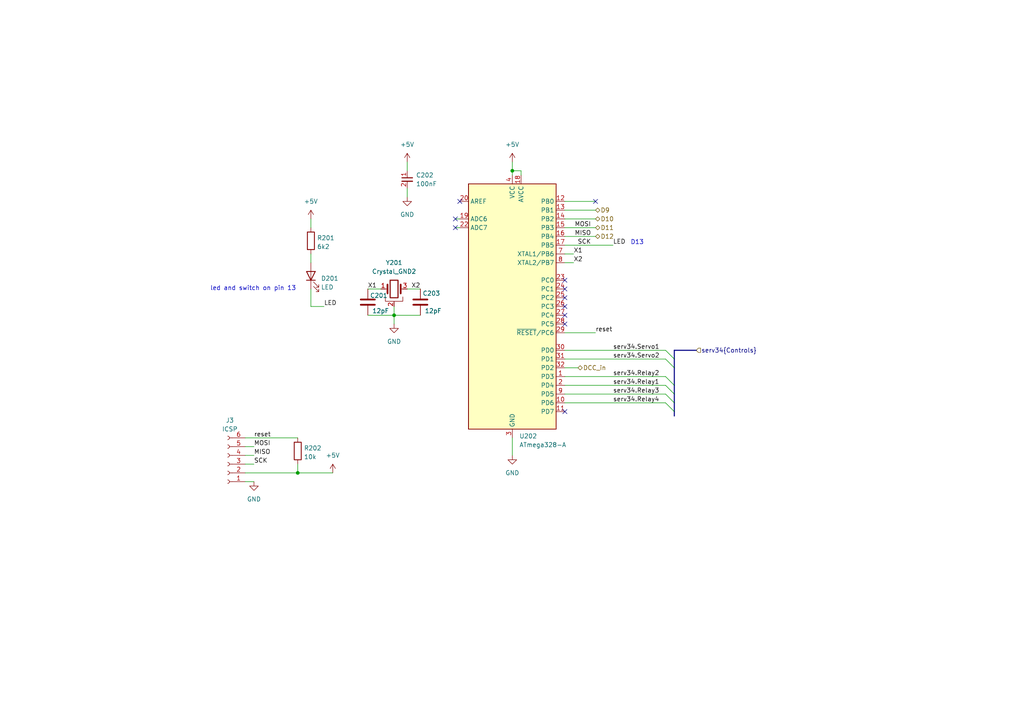
<source format=kicad_sch>
(kicad_sch (version 20230121) (generator eeschema)
  (paper "A4")
  (title_block (company "Train-Science"))
  (lib_symbols
    (symbol "Connector:Conn_01x06_Socket" (pin_names (offset 1.016) hide)
      (property "Reference" "J" (at 0 7.62 0))
      (property "Value" "Conn_01x06_Socket" (at 0 -10.16 0))
      (symbol "Conn_01x06_Socket_1_1"
        (arc (start 0 -7.112) (mid -0.5058 -7.62) (end 0 -8.128) (stroke (width 0.1524)))
        (arc (start 0 -4.572) (mid -0.5058 -5.08) (end 0 -5.588) (stroke (width 0.1524)))
        (arc (start 0 -2.032) (mid -0.5058 -2.54) (end 0 -3.048) (stroke (width 0.1524)))
        (polyline (pts (xy -1.27 -7.62) (xy -0.508 -7.62)) (stroke (width 0.1524)))
        (polyline (pts (xy -1.27 -5.08) (xy -0.508 -5.08)) (stroke (width 0.1524)))
        (polyline (pts (xy -1.27 -2.54) (xy -0.508 -2.54)) (stroke (width 0.1524)))
        (polyline (pts (xy -1.27 0) (xy -0.508 0)) (stroke (width 0.1524)))
        (polyline (pts (xy -1.27 2.54) (xy -0.508 2.54)) (stroke (width 0.1524)))
        (polyline (pts (xy -1.27 5.08) (xy -0.508 5.08)) (stroke (width 0.1524)))
        (arc (start 0 0.508) (mid -0.5058 0) (end 0 -0.508) (stroke (width 0.1524)))
        (arc (start 0 3.048) (mid -0.5058 2.54) (end 0 2.032) (stroke (width 0.1524)))
        (arc (start 0 5.588) (mid -0.5058 5.08) (end 0 4.572) (stroke (width 0.1524)))
        (pin passive line (at -5.08 5.08 0) (length 3.81) (name "Pin_1") (number "1"))
        (pin passive line (at -5.08 2.54 0) (length 3.81) (name "Pin_2") (number "2"))
        (pin passive line (at -5.08 0 0) (length 3.81) (name "Pin_3") (number "3"))
        (pin passive line (at -5.08 -2.54 0) (length 3.81) (name "Pin_4") (number "4"))
        (pin passive line (at -5.08 -5.08 0) (length 3.81) (name "Pin_5") (number "5"))
        (pin passive line (at -5.08 -7.62 0) (length 3.81) (name "Pin_6") (number "6"))
      )
    )
    (symbol "Device:C" (pin_numbers hide) (pin_names (offset 0.254))
      (property "Reference" "C" (at 0.635 2.54 0))
      (property "Value" "C" (at 0.635 -2.54 0))
      (symbol "C_0_1"
        (polyline (pts (xy -2.032 -0.762) (xy 2.032 -0.762)) (stroke (width 0.508)))
        (polyline (pts (xy -2.032 0.762) (xy 2.032 0.762)) (stroke (width 0.508)))
      )
      (symbol "C_1_1"
        (pin passive line (at 0 3.81 270) (length 2.794) (name "~") (number "1"))
        (pin passive line (at 0 -3.81 90) (length 2.794) (name "~") (number "2"))
      )
    )
    (symbol "Device:LED" (pin_numbers hide) (pin_names (offset 1.016) hide)
      (property "Reference" "D" (at 0 2.54 0))
      (property "Value" "LED" (at 0 -2.54 0))
      (symbol "LED_0_1"
        (polyline (pts (xy -1.27 -1.27) (xy -1.27 1.27)) (stroke (width 0.254)))
        (polyline (pts (xy -1.27 0) (xy 1.27 0)))
        (polyline (pts (xy 1.27 -1.27) (xy 1.27 1.27) (xy -1.27 0) (xy 1.27 -1.27)) (stroke (width 0.254)))
        (polyline (pts (xy -3.048 -0.762) (xy -4.572 -2.286) (xy -3.81 -2.286) (xy -4.572 -2.286) (xy -4.572 -1.524)))
        (polyline (pts (xy -1.778 -0.762) (xy -3.302 -2.286) (xy -2.54 -2.286) (xy -3.302 -2.286) (xy -3.302 -1.524)))
      )
      (symbol "LED_1_1"
        (pin passive line (at -3.81 0 0) (length 2.54) (name "K") (number "1"))
        (pin passive line (at 3.81 0 180) (length 2.54) (name "A") (number "2"))
      )
    )
    (symbol "Device:R" (pin_numbers hide) (pin_names (offset 0))
      (property "Reference" "R" (at 2.032 0 90))
      (property "Value" "R" (at 0 0 90))
      (symbol "R_0_1"
        (rectangle (start -1.016 -2.54) (end 1.016 2.54) (stroke (width 0.254)))
      )
      (symbol "R_1_1"
        (pin passive line (at 0 3.81 270) (length 1.27) (name "~") (number "1"))
        (pin passive line (at 0 -3.81 90) (length 1.27) (name "~") (number "2"))
      )
    )
    (symbol "MCU_Microchip_ATmega:ATmega328-A"
      (property "Reference" "U" (at -12.7 36.83 0))
      (property "Value" "ATmega328-A" (at 2.54 -36.83 0))
      (symbol "ATmega328-A_0_1"
        (rectangle (start -12.7 -35.56) (end 12.7 35.56) (stroke (width 0.254)) (fill (type background)))
      )
      (symbol "ATmega328-A_1_1"
        (pin bidirectional line (at 15.24 -20.32 180) (length 2.54) (name "PD3") (number "1"))
        (pin bidirectional line (at 15.24 -27.94 180) (length 2.54) (name "PD6") (number "10"))
        (pin bidirectional line (at 15.24 -30.48 180) (length 2.54) (name "PD7") (number "11"))
        (pin bidirectional line (at 15.24 30.48 180) (length 2.54) (name "PB0") (number "12"))
        (pin bidirectional line (at 15.24 27.94 180) (length 2.54) (name "PB1") (number "13"))
        (pin bidirectional line (at 15.24 25.4 180) (length 2.54) (name "PB2") (number "14"))
        (pin bidirectional line (at 15.24 22.86 180) (length 2.54) (name "PB3") (number "15"))
        (pin bidirectional line (at 15.24 20.32 180) (length 2.54) (name "PB4") (number "16"))
        (pin bidirectional line (at 15.24 17.78 180) (length 2.54) (name "PB5") (number "17"))
        (pin power_in line (at 2.54 38.1 270) (length 2.54) (name "AVCC") (number "18"))
        (pin input line (at -15.24 25.4 0) (length 2.54) (name "ADC6") (number "19"))
        (pin bidirectional line (at 15.24 -22.86 180) (length 2.54) (name "PD4") (number "2"))
        (pin passive line (at -15.24 30.48 0) (length 2.54) (name "AREF") (number "20"))
        (pin passive line (at 0 -38.1 90) (length 2.54) hide (name "GND") (number "21"))
        (pin input line (at -15.24 22.86 0) (length 2.54) (name "ADC7") (number "22"))
        (pin bidirectional line (at 15.24 7.62 180) (length 2.54) (name "PC0") (number "23"))
        (pin bidirectional line (at 15.24 5.08 180) (length 2.54) (name "PC1") (number "24"))
        (pin bidirectional line (at 15.24 2.54 180) (length 2.54) (name "PC2") (number "25"))
        (pin bidirectional line (at 15.24 0 180) (length 2.54) (name "PC3") (number "26"))
        (pin bidirectional line (at 15.24 -2.54 180) (length 2.54) (name "PC4") (number "27"))
        (pin bidirectional line (at 15.24 -5.08 180) (length 2.54) (name "PC5") (number "28"))
        (pin bidirectional line (at 15.24 -7.62 180) (length 2.54) (name "~{RESET}/PC6") (number "29"))
        (pin power_in line (at 0 -38.1 90) (length 2.54) (name "GND") (number "3"))
        (pin bidirectional line (at 15.24 -12.7 180) (length 2.54) (name "PD0") (number "30"))
        (pin bidirectional line (at 15.24 -15.24 180) (length 2.54) (name "PD1") (number "31"))
        (pin bidirectional line (at 15.24 -17.78 180) (length 2.54) (name "PD2") (number "32"))
        (pin power_in line (at 0 38.1 270) (length 2.54) (name "VCC") (number "4"))
        (pin passive line (at 0 -38.1 90) (length 2.54) hide (name "GND") (number "5"))
        (pin passive line (at 0 38.1 270) (length 2.54) hide (name "VCC") (number "6"))
        (pin bidirectional line (at 15.24 15.24 180) (length 2.54) (name "XTAL1/PB6") (number "7"))
        (pin bidirectional line (at 15.24 12.7 180) (length 2.54) (name "XTAL2/PB7") (number "8"))
        (pin bidirectional line (at 15.24 -25.4 180) (length 2.54) (name "PD5") (number "9"))
      )
    )
    (symbol "capacitor_miscellaneous:C_0402_100nF"
      (property "Reference" "U" (at 1.27 2.54 0))
      (property "Value" "100nF" (at 3.81 -2.54 0))
      (property "JLCPCB Part#" "C307331" (at 0 0 0))
      (symbol "C_0402_100nF_0_1"
        (polyline (pts (xy -1.524 -0.508) (xy 1.524 -0.508)) (stroke (width 0.3302)))
        (polyline (pts (xy -1.524 0.508) (xy 1.524 0.508)) (stroke (width 0.3048)))
      )
      (symbol "C_0402_100nF_1_1"
        (pin passive line (at 0 2.54 270) (length 2.032) (name "~") (number "1"))
        (pin passive line (at 0 -2.54 90) (length 2.032) (name "~") (number "2"))
      )
    )
    (symbol "custom_kicad_lib_sk:crystal_arduino" (pin_names (offset 1.016) hide)
      (property "Reference" "Y" (at 0 5.715 0))
      (property "Value" "Crystal_GND2" (at 0 3.81 0))
      (property "JLCPCB Part#" "C13738" (at 0 0 0))
      (symbol "crystal_arduino_0_1"
        (rectangle (start -1.143 2.54) (end 1.143 -2.54) (stroke (width 0.3048)))
        (polyline (pts (xy -2.54 0) (xy -1.905 0)))
        (polyline (pts (xy -1.905 -1.27) (xy -1.905 1.27)) (stroke (width 0.508)))
        (polyline (pts (xy 0 -3.81) (xy 0 -3.556)))
        (polyline (pts (xy 1.905 0) (xy 2.54 0)))
        (polyline (pts (xy 1.905 1.27) (xy 1.905 -1.27)) (stroke (width 0.508)))
        (polyline (pts (xy -2.54 -2.286) (xy -2.54 -3.556) (xy 2.54 -3.556) (xy 2.54 -2.286)))
      )
      (symbol "crystal_arduino_1_1"
        (pin passive line (at -3.81 0 0) (length 1.27) (name "1") (number "1"))
        (pin passive line (at 0 -5.08 90) (length 1.27) (name "GND") (number "2"))
        (pin passive line (at 3.81 0 180) (length 1.27) (name "3") (number "3"))
        (pin passive line (at 0 -5.08 90) (length 1.27) hide (name "GND") (number "4"))
      )
    )
    (symbol "power:+5V" (power) (pin_names (offset 0))
      (property "Value" "+5V" (at 0 3.556 0))
      (symbol "+5V_0_1"
        (polyline (pts (xy -0.762 1.27) (xy 0 2.54)))
        (polyline (pts (xy 0 0) (xy 0 2.54)))
        (polyline (pts (xy 0 2.54) (xy 0.762 1.27)))
      )
      (symbol "+5V_1_1"
        (pin power_in line (at 0 0 90) (length 0) hide (name "+5V") (number "1"))
      )
    )
    (symbol "power:GND" (power) (pin_names (offset 0))
      (property "Value" "GND" (at 0 -3.81 0))
      (symbol "GND_0_1"
        (polyline (pts (xy 0 0) (xy 0 -1.27) (xy 1.27 -1.27) (xy 0 -2.54) (xy -1.27 -1.27) (xy 0 -1.27)))
      )
      (symbol "GND_1_1"
        (pin power_in line (at 0 0 270) (length 0) hide (name "GND") (number "1"))
      )
    )
  )
  (junction (at 114.3 91.44))
  (junction (at 86.36 137.16))
  (junction (at 148.59 49.53))
  (no_connect (at 133.35 58.42))
  (no_connect (at 163.83 83.82))
  (no_connect (at 163.83 93.98))
  (no_connect (at 163.83 88.9))
  (no_connect (at 163.83 81.28))
  (no_connect (at 163.83 86.36))
  (no_connect (at 132.08 63.5))
  (no_connect (at 163.83 119.38))
  (no_connect (at 172.72 58.42))
  (no_connect (at 132.08 66.04))
  (no_connect (at 163.83 91.44))
  (bus_entry (at 193.04 109.22) (size 2.54 2.54))
  (bus_entry (at 193.04 114.3) (size 2.54 2.54))
  (bus_entry (at 193.04 111.76) (size 2.54 2.54))
  (bus_entry (at 193.04 104.14) (size 2.54 2.54))
  (bus_entry (at 193.04 116.84) (size 2.54 2.54))
  (bus_entry (at 193.04 101.6) (size 2.54 2.54))
  (wire (pts (xy 148.59 49.53) (xy 148.59 50.8)))
  (wire (pts (xy 71.12 127) (xy 86.36 127)))
  (wire (pts (xy 163.83 73.66) (xy 166.37 73.66)))
  (wire (pts (xy 163.83 66.04) (xy 172.72 66.04)))
  (wire (pts (xy 114.3 91.44) (xy 121.92 91.44)))
  (wire (pts (xy 71.12 137.16) (xy 86.36 137.16)))
  (wire (pts (xy 163.83 60.96) (xy 172.72 60.96)))
  (wire (pts (xy 151.13 49.53) (xy 148.59 49.53)))
  (wire (pts (xy 163.83 63.5) (xy 172.72 63.5)))
  (wire (pts (xy 71.12 132.08) (xy 73.66 132.08)))
  (wire (pts (xy 163.83 111.76) (xy 193.04 111.76)))
  (wire (pts (xy 110.49 83.82) (xy 106.68 83.82)))
  (wire (pts (xy 163.83 101.6) (xy 193.04 101.6)))
  (bus (pts (xy 195.58 104.14) (xy 195.58 106.68)))
  (wire (pts (xy 163.83 76.2) (xy 166.37 76.2)))
  (bus (pts (xy 195.58 106.68) (xy 195.58 111.76)))
  (wire (pts (xy 71.12 129.54) (xy 73.66 129.54)))
  (wire (pts (xy 71.12 139.7) (xy 73.66 139.7)))
  (wire (pts (xy 90.17 83.82) (xy 90.17 88.9)))
  (wire (pts (xy 148.59 127) (xy 148.59 132.08)))
  (wire (pts (xy 86.36 134.62) (xy 86.36 137.16)))
  (wire (pts (xy 132.08 63.5) (xy 133.35 63.5)))
  (wire (pts (xy 86.36 137.16) (xy 96.52 137.16)))
  (bus (pts (xy 195.58 114.3) (xy 195.58 116.84)))
  (wire (pts (xy 163.83 68.58) (xy 172.72 68.58)))
  (wire (pts (xy 90.17 73.66) (xy 90.17 76.2)))
  (wire (pts (xy 114.3 88.9) (xy 114.3 91.44)))
  (wire (pts (xy 163.83 104.14) (xy 193.04 104.14)))
  (wire (pts (xy 118.11 83.82) (xy 121.92 83.82)))
  (wire (pts (xy 132.08 66.04) (xy 133.35 66.04)))
  (wire (pts (xy 148.59 46.99) (xy 148.59 49.53)))
  (wire (pts (xy 90.17 63.5) (xy 90.17 66.04)))
  (bus (pts (xy 195.58 111.76) (xy 195.58 114.3)))
  (wire (pts (xy 163.83 71.12) (xy 177.8 71.12)))
  (bus (pts (xy 195.58 116.84) (xy 195.58 119.38)))
  (wire (pts (xy 118.11 54.61) (xy 118.11 57.15)))
  (wire (pts (xy 163.83 96.52) (xy 172.72 96.52)))
  (bus (pts (xy 195.58 119.38) (xy 195.58 120.65)))
  (bus (pts (xy 195.58 101.6) (xy 201.93 101.6)))
  (wire (pts (xy 93.98 88.9) (xy 90.17 88.9)))
  (wire (pts (xy 163.83 106.68) (xy 167.64 106.68)))
  (wire (pts (xy 106.68 91.44) (xy 114.3 91.44)))
  (wire (pts (xy 118.11 46.99) (xy 118.11 49.53)))
  (wire (pts (xy 114.3 91.44) (xy 114.3 93.98)))
  (wire (pts (xy 151.13 50.8) (xy 151.13 49.53)))
  (wire (pts (xy 163.83 114.3) (xy 193.04 114.3)))
  (wire (pts (xy 163.83 109.22) (xy 193.04 109.22)))
  (bus (pts (xy 195.58 101.6) (xy 195.58 104.14)))
  (wire (pts (xy 163.83 58.42) (xy 172.72 58.42)))
  (wire (pts (xy 163.83 116.84) (xy 193.04 116.84)))
  (wire (pts (xy 71.12 134.62) (xy 73.66 134.62)))
  (text "D13" (at 182.88 71.12 0) (effects (font (size 1.27 1.27)) (justify left bottom)))
  (text "led and switch on pin 13" (at 60.96 84.455 0) (effects (font (size 1.27 1.27)) (justify left bottom)))
  (label "serv34.Relay1" (at 177.8 111.76 0))
  (label "LED" (at 177.8 71.12 0))
  (label "MISO" (at 171.45 68.58 180))
  (label "X1" (at 106.68 83.82 0))
  (label "serv34.Relay4" (at 177.8 116.84 0))
  (label "reset" (at 172.72 96.52 0))
  (label "X1" (at 166.37 73.66 0))
  (label "SCK" (at 73.66 134.62 0))
  (label "MOSI" (at 171.45 66.04 180))
  (label "serv34.Relay3" (at 177.8 114.3 0))
  (label "X2" (at 166.37 76.2 0))
  (label "serv34.Relay2" (at 177.8 109.22 0))
  (label "MISO" (at 73.66 132.08 0))
  (label "serv34.Servo2" (at 177.8 104.14 0))
  (label "serv34.Servo1" (at 177.8 101.6 0))
  (label "SCK" (at 171.45 71.12 180))
  (label "MOSI" (at 73.66 129.54 0))
  (label "reset" (at 73.66 127 0))
  (label "LED" (at 93.98 88.9 0))
  (label "X2" (at 121.92 83.82 180))
  (hierarchical_label "serv34{Controls}" (shape input) (at 201.93 101.6 0))
  (hierarchical_label "D12" (shape bidirectional) (at 172.72 68.58 0))
  (hierarchical_label "D9" (shape bidirectional) (at 172.72 60.96 0))
  (hierarchical_label "D11" (shape bidirectional) (at 172.72 66.04 0))
  (hierarchical_label "DCC_in" (shape bidirectional) (at 167.64 106.68 0))
  (hierarchical_label "D10" (shape bidirectional) (at 172.72 63.5 0))
  (symbol (lib_id "power:+5V") (at 96.52 137.16 0) (unit 1)
    (property "Reference" "#PWR0723" (effects hide))
    (property "Value" "+5V" (at 96.52 132.08 0))
  )
  (symbol (lib_id "custom_kicad_lib_sk:crystal_arduino") (at 114.3 83.82 0) (unit 1)
    (property "Reference" "Y201" (at 114.3 76.2 0))
    (property "Value" "Crystal_GND2" (at 114.3 78.74 0))
    (property "Footprint" "custom_kicad_lib_sk:crystal_arduino" (effects hide))
    (property "JLCPCB Part#" "C13738" (effects hide))
    (instances (project "OS-ServoDriver" (path "" (reference "Y201") (unit 1))) (project "atmega328" (path "" (reference "Y201") (unit 1))) (project "OS-servoDriver" (path "" (reference "Y201") (unit 1))) (project "general_schematics" (path "" (reference "Y?") (unit 1)) (path "" (reference "Y1401") (unit 1))))
  )
  (symbol (lib_id "Device:C") (at 121.92 87.63 180) (unit 1)
    (property "Reference" "C203" (at 122.555 85.09 0) (effects (justify right)))
    (property "Value" "12pF" (at 123.19 90.17 0) (effects (justify right)))
    (property "Footprint" "Capacitor_SMD:C_0603_1608Metric" (effects hide))
    (property "JLCPCB Part#" "C38523" (effects hide))
    (instances (project "OS-ServoDriver" (path "" (reference "C203") (unit 1))) (project "atmega328" (path "" (reference "C203") (unit 1))) (project "OS-servoDriver" (path "" (reference "C203") (unit 1))) (project "general_schematics" (path "" (reference "C?") (unit 1)) (path "" (reference "C1403") (unit 1))))
  )
  (symbol (lib_id "Device:R") (at 90.17 69.85 0) (unit 1)
    (property "Reference" "R201" (at 91.948 69.0153 0) (effects (justify left)))
    (property "Value" "6k2" (at 91.948 71.5522 0) (effects (justify left)))
    (property "Footprint" "Resistor_SMD:R_0603_1608Metric_Pad0.98x0.95mm_HandSolder" (effects hide))
    (property "JLCPCB Part#" "C4260" (effects hide))
    (instances (project "OS-ServoDriver" (path "" (reference "R201") (unit 1))) (project "atmega328" (path "" (reference "R201") (unit 1))) (project "OS-servoDriver" (path "" (reference "R201") (unit 1))) (project "general_schematics" (path "" (reference "R1401") (unit 1))))
  )
  (symbol (lib_id "MCU_Microchip_ATmega:ATmega328-A") (at 148.59 88.9 0) (unit 1)
    (property "Reference" "U202" (at 150.6094 126.4904 0) (effects (justify left)))
    (property "Value" "ATmega328-A" (at 150.6094 129.0273 0) (effects (justify left)))
    (property "Footprint" "Package_QFP:TQFP-32_7x7mm_P0.8mm" (effects hide))
    (property "Datasheet" "http://ww1.microchip.com/downloads/en/DeviceDoc/ATmega328_P%20AVR%20MCU%20with%20picoPower%20Technology%20Data%20Sheet%2040001984A.pdf" (effects hide))
    (property "JLCPCB Part#" "C14877" (effects hide))
    (instances (project "OS-ServoDriver" (path "" (reference "U202") (unit 1))) (project "atmega328" (path "" (reference "U202") (unit 1))) (project "OS-servoDriver" (path "" (reference "U202") (unit 1))) (project "general_schematics" (path "" (reference "U1402") (unit 1))))
  )
  (symbol (lib_id "power:GND") (at 148.59 132.08 0) (unit 1)
    (property "Reference" "#PWR0716" (effects hide))
    (property "Value" "GND" (at 148.59 137.16 0))
  )
  (symbol (lib_id "Device:C") (at 106.68 87.63 180) (unit 1)
    (property "Reference" "C201" (at 107.315 85.725 0) (effects (justify right)))
    (property "Value" "12pF" (at 107.95 90.17 0) (effects (justify right)))
    (property "Footprint" "Capacitor_SMD:C_0603_1608Metric" (effects hide))
    (property "JLCPCB Part#" "C38523" (effects hide))
    (instances (project "OS-ServoDriver" (path "" (reference "C201") (unit 1))) (project "atmega328" (path "" (reference "C201") (unit 1))) (project "OS-servoDriver" (path "" (reference "C201") (unit 1))) (project "general_schematics" (path "" (reference "C?") (unit 1)) (path "" (reference "C1401") (unit 1))))
  )
  (symbol (lib_id "power:+5V") (at 90.17 63.5 0) (unit 1)
    (property "Reference" "#PWR0722" (effects hide))
    (property "Value" "+5V" (at 90.17 58.42 0))
  )
  (symbol (lib_id "Device:LED") (at 90.17 80.01 90) (unit 1)
    (property "Reference" "D201" (at 93.091 80.7628 90) (effects (justify right)))
    (property "Value" "LED" (at 93.091 83.2997 90) (effects (justify right)))
    (property "Footprint" "LED_SMD:LED_0805_2012Metric_Pad1.15x1.40mm_HandSolder" (effects hide))
    (property "JLCPCB Part#" "C84256" (effects hide))
    (instances (project "OS-ServoDriver" (path "" (reference "D201") (unit 1))) (project "atmega328" (path "" (reference "D201") (unit 1))) (project "OS-servoDriver" (path "" (reference "D201") (unit 1))) (project "general_schematics" (path "" (reference "D1401") (unit 1))))
  )
  (symbol (lib_id "power:+5V") (at 148.59 46.99 0) (unit 1)
    (property "Reference" "#PWR0720" (effects hide))
    (property "Value" "+5V" (at 148.59 41.91 0))
  )
  (symbol (lib_id "power:GND") (at 118.11 57.15 0) (unit 1)
    (property "Reference" "#PWR0719" (effects hide))
    (property "Value" "GND" (at 118.11 62.23 0))
  )
  (symbol (lib_id "Device:R") (at 86.36 130.81 0) (unit 1)
    (property "Reference" "R202" (at 88.138 129.9753 0) (effects (justify left)))
    (property "Value" "10k" (at 88.138 132.5122 0) (effects (justify left)))
    (property "Footprint" "Resistor_SMD:R_0402_1005Metric_Pad0.72x0.64mm_HandSolder" (effects hide))
    (property "JLCPCB Part#" "C25744" (effects hide))
    (instances (project "OS-ServoDriver" (path "" (reference "R202") (unit 1))) (project "atmega328" (path "" (reference "R202") (unit 1))) (project "OS-servoDriver" (path "" (reference "R202") (unit 1))) (project "general_schematics" (path "" (reference "R1402") (unit 1))))
  )
  (symbol (lib_id "power:GND") (at 73.66 139.7 0) (unit 1)
    (property "Reference" "#PWR0717" (effects hide))
    (property "Value" "GND" (at 73.66 144.78 0))
  )
  (symbol (lib_id "power:+5V") (at 118.11 46.99 0) (unit 1)
    (property "Reference" "#PWR0721" (effects hide))
    (property "Value" "+5V" (at 118.11 41.91 0))
  )
  (symbol (lib_id "capacitor_miscellaneous:C_0402_100nF") (at 118.11 52.07 0) (unit 1)
    (property "Reference" "C202" (at 120.65 50.8063 0) (effects (justify left)))
    (property "Value" "100nF" (at 120.65 53.3463 0) (effects (justify left)))
    (property "Footprint" "Capacitor_SMD:C_0402_1005Metric" (effects hide))
    (property "JLCPCB Part#" "C307331" (effects hide))
  )
  (symbol (lib_id "power:GND") (at 114.3 93.98 0) (unit 1)
    (property "Reference" "#PWR0718" (effects hide))
    (property "Value" "GND" (at 114.3 99.06 0))
  )
  (symbol (lib_id "Connector:Conn_01x06_Socket") (at 66.04 134.62 180) (unit 1)
    (property "Reference" "J3" (at 66.675 121.92 0))
    (property "Value" "ICSP" (at 66.675 124.46 0))
    (property "Footprint" "Connector_PinHeader_2.54mm:PinHeader_1x06_P2.54mm_Vertical" (effects hide))
    (instances (project "solenoidDecoder" (path "" (reference "J3") (unit 1))) (project "OS-ServoDriver" (path "" (reference "J3") (unit 1))) (project "OS-servoDriver" (path "" (reference "J201") (unit 1))))
  )
)
</source>
